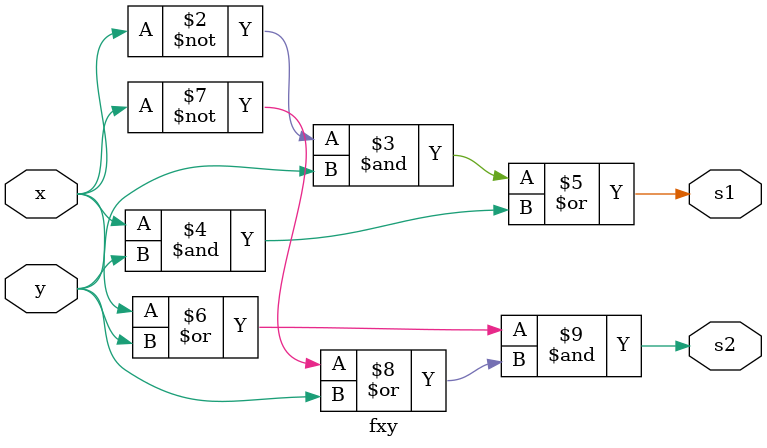
<source format=v>
/*
	Guia_0405b.v
	842536 - Mateus Henrique Medeiros Diniz
*/

module Guia_0405b;
	reg x, y;
	wire s1, s2;
	
	fxy f ( s1, s2, x, y);
	
	initial 
	begin: main
		integer i;

		$display("x y | SoP | PoS");
		$monitor("%b %b |  %b  |  %b", x, y, s1, s2);
		
		x = 0;
		y = 0;
		
		for(i = 0; i < 3; i++) begin
			#1;
			y = ~y;
			if((i + 1) % 2 == 0) begin
				x = ~x;
			end
		end
	end
endmodule

module fxy (output s1, s2, input x, y);
	assign s1 = (~x & y) | (x & y);
	assign s2 = (x | y) & (~x | y);
endmodule
</source>
